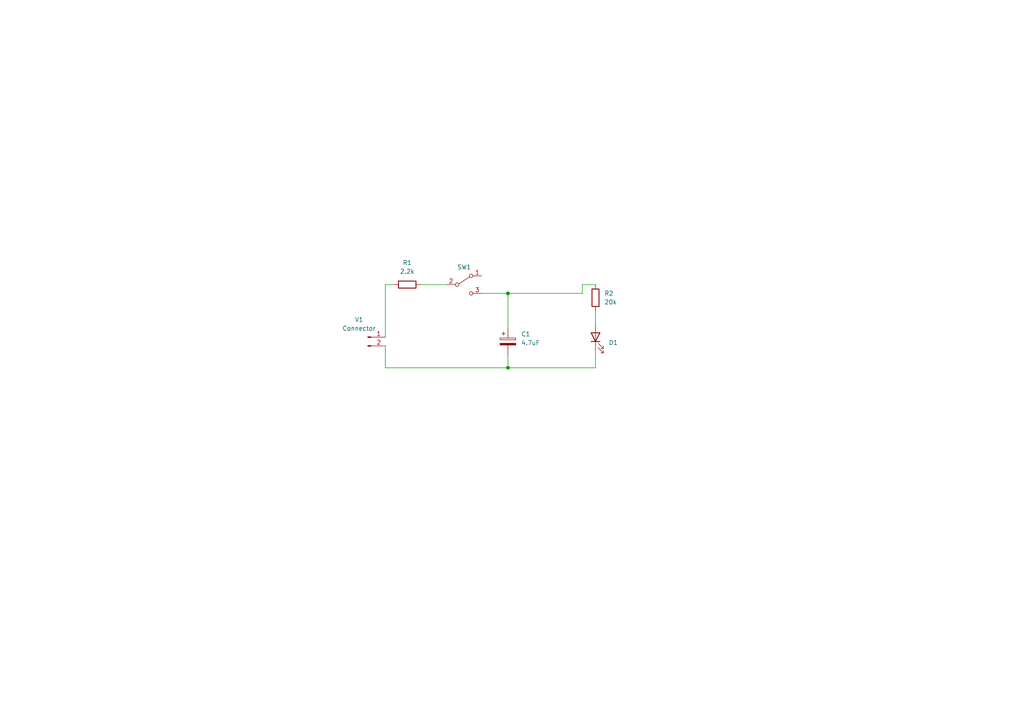
<source format=kicad_sch>
(kicad_sch (version 20211123) (generator eeschema)
  (paper "A4")
  (lib_symbols
    (symbol "Connector:Conn_01x02_Male" (pin_names (offset 1.016) hide)
      (property "Reference" "J" (at 0 2.54 0))
      (property "Value" "Conn_01x02_Male" (at 0 -5.08 0))
      (symbol "Conn_01x02_Male_1_1"
        (polyline (pts (xy 1.27 -2.54) (xy 0.8636 -2.54)) (stroke (width 0.1524)))
        (polyline (pts (xy 1.27 0) (xy 0.8636 0)) (stroke (width 0.1524)))
        (rectangle (start 0.8636 -2.413) (end 0 -2.667) (stroke (width 0.1524)) (fill (type outline)))
        (rectangle (start 0.8636 0.127) (end 0 -0.127) (stroke (width 0.1524)) (fill (type outline)))
        (pin passive line (at 5.08 0 180) (length 3.81) (name "Pin_1") (number "1"))
        (pin passive line (at 5.08 -2.54 180) (length 3.81) (name "Pin_2") (number "2"))
      )
    )
    (symbol "Device:C_Polarized" (pin_numbers hide) (pin_names (offset 0.254))
      (property "Reference" "C" (at 0.635 2.54 0))
      (property "Value" "C_Polarized" (at 0.635 -2.54 0))
      (symbol "C_Polarized_0_1"
        (rectangle (start -2.286 0.508) (end 2.286 1.016))
        (polyline (pts (xy -1.778 2.286) (xy -0.762 2.286)))
        (polyline (pts (xy -1.27 2.794) (xy -1.27 1.778)))
        (rectangle (start 2.286 -0.508) (end -2.286 -1.016) (fill (type outline)))
      )
      (symbol "C_Polarized_1_1"
        (pin passive line (at 0 3.81 270) (length 2.794) (name "~") (number "1"))
        (pin passive line (at 0 -3.81 90) (length 2.794) (name "~") (number "2"))
      )
    )
    (symbol "Device:LED" (pin_numbers hide) (pin_names (offset 1.016) hide)
      (property "Reference" "D" (at 0 2.54 0))
      (property "Value" "LED" (at 0 -2.54 0))
      (symbol "LED_0_1"
        (polyline (pts (xy -1.27 -1.27) (xy -1.27 1.27)) (stroke (width 0.254)))
        (polyline (pts (xy -1.27 0) (xy 1.27 0)))
        (polyline (pts (xy 1.27 -1.27) (xy 1.27 1.27) (xy -1.27 0) (xy 1.27 -1.27)) (stroke (width 0.254)))
        (polyline (pts (xy -3.048 -0.762) (xy -4.572 -2.286) (xy -3.81 -2.286) (xy -4.572 -2.286) (xy -4.572 -1.524)))
        (polyline (pts (xy -1.778 -0.762) (xy -3.302 -2.286) (xy -2.54 -2.286) (xy -3.302 -2.286) (xy -3.302 -1.524)))
      )
      (symbol "LED_1_1"
        (pin passive line (at -3.81 0 0) (length 2.54) (name "K") (number "1"))
        (pin passive line (at 3.81 0 180) (length 2.54) (name "A") (number "2"))
      )
    )
    (symbol "Device:R" (pin_numbers hide) (pin_names (offset 0))
      (property "Reference" "R" (at 2.032 0 90))
      (property "Value" "R" (at 0 0 90))
      (symbol "R_0_1"
        (rectangle (start -1.016 -2.54) (end 1.016 2.54) (stroke (width 0.254)))
      )
      (symbol "R_1_1"
        (pin passive line (at 0 3.81 270) (length 1.27) (name "~") (number "1"))
        (pin passive line (at 0 -3.81 90) (length 1.27) (name "~") (number "2"))
      )
    )
    (symbol "Switch:SW_SPDT" (pin_names (offset 0) hide)
      (property "Reference" "SW" (at 0 4.318 0))
      (property "Value" "SW_SPDT" (at 0 -5.08 0))
      (symbol "SW_SPDT_0_0"
        (circle (center -2.032 0) (radius 0.508))
        (circle (center 2.032 -2.54) (radius 0.508))
      )
      (symbol "SW_SPDT_0_1"
        (polyline (pts (xy -1.524 0.254) (xy 1.651 2.286)))
        (circle (center 2.032 2.54) (radius 0.508))
      )
      (symbol "SW_SPDT_1_1"
        (pin passive line (at 5.08 2.54 180) (length 2.54) (name "A") (number "1"))
        (pin passive line (at -5.08 0 0) (length 2.54) (name "B") (number "2"))
        (pin passive line (at 5.08 -2.54 180) (length 2.54) (name "C") (number "3"))
      )
    )
  )
  (junction (at 147.32 85.09))
  (junction (at 147.32 106.68))
  (wire (pts (xy 111.76 82.55) (xy 114.3 82.55)))
  (wire (pts (xy 147.32 106.68) (xy 111.76 106.68)))
  (wire (pts (xy 172.72 101.6) (xy 172.72 106.68)))
  (wire (pts (xy 139.7 85.09) (xy 147.32 85.09)))
  (wire (pts (xy 111.76 97.79) (xy 111.76 82.55)))
  (wire (pts (xy 172.72 90.17) (xy 172.72 93.98)))
  (wire (pts (xy 172.72 106.68) (xy 147.32 106.68)))
  (wire (pts (xy 147.32 85.09) (xy 147.32 95.25)))
  (wire (pts (xy 168.91 82.55) (xy 172.72 82.55)))
  (wire (pts (xy 121.92 82.55) (xy 129.54 82.55)))
  (wire (pts (xy 111.76 100.33) (xy 111.76 106.68)))
  (wire (pts (xy 168.91 85.09) (xy 168.91 82.55)))
  (wire (pts (xy 147.32 102.87) (xy 147.32 106.68)))
  (wire (pts (xy 147.32 85.09) (xy 168.91 85.09)))
  (symbol (lib_id "Device:C_Polarized") (at 147.32 99.06 0) (unit 1)
    (property "Reference" "C1" (at 151.13 96.9009 0) (effects (justify left)))
    (property "Value" "4.7uF" (at 151.13 99.4409 0) (effects (justify left)))
    (property "Footprint" "Capacitor_THT:C_Radial_D5.0mm_H5.0mm_P2.00mm" (effects hide))
  )
  (symbol (lib_id "Connector:Conn_01x02_Male") (at 106.68 97.79 0) (unit 1)
    (property "Reference" "V1" (at 104.14 92.71 0))
    (property "Value" "Connector" (at 104.14 95.25 0))
    (property "Footprint" "Connector_JST:JST_PH_B2B-PH-K_1x02_P2.00mm_Vertical" (effects hide))
  )
  (symbol (lib_id "Switch:SW_SPDT") (at 134.62 82.55 0) (unit 1)
    (property "Reference" "SW1" (at 134.62 77.47 0))
    (property "Value" "SW_SPDT" (effects hide))
    (property "Footprint" "Button_Switch_THT:SW_E-Switch_EG1224_SPDT_Angled" (effects hide))
  )
  (symbol (lib_id "Device:R") (at 118.11 82.55 270) (unit 1)
    (property "Reference" "R1" (at 118.11 76.2 90))
    (property "Value" "2.2k" (at 118.11 78.74 90))
    (property "Footprint" "Resistor_THT:R_Axial_DIN0516_L15.5mm_D5.0mm_P20.32mm_Horizontal" (effects hide))
  )
  (symbol (lib_id "Device:R") (at 172.72 86.36 0) (unit 1)
    (property "Reference" "R2" (at 175.26 85.0899 0) (effects (justify left)))
    (property "Value" "20k" (at 175.26 87.6299 0) (effects (justify left)))
    (property "Footprint" "Resistor_THT:R_Axial_DIN0516_L15.5mm_D5.0mm_P20.32mm_Horizontal" (effects hide))
  )
  (symbol (lib_id "Device:LED") (at 172.72 97.79 90) (unit 1)
    (property "Reference" "D1" (at 176.53 99.3774 90) (effects (justify right)))
    (property "Value" "LED" (effects hide))
    (property "Footprint" "LED_THT:LED_D5.0mm" (effects hide))
  )
)
</source>
